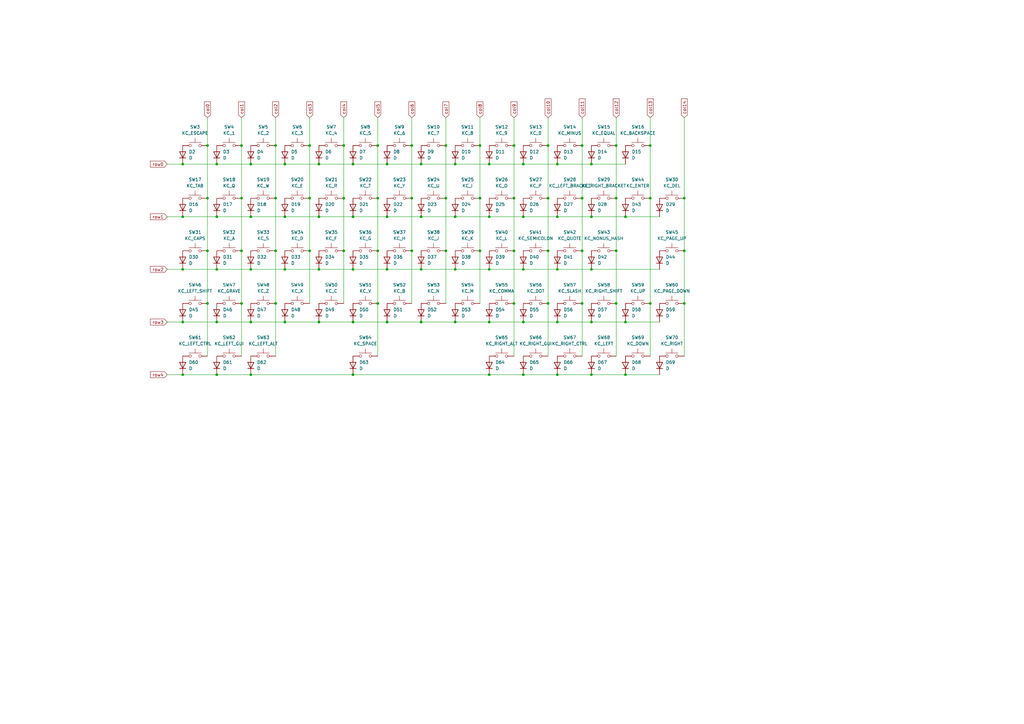
<source format=kicad_sch>
(kicad_sch (version 20231120) (generator "eeschema") (generator_version "8.0")
  (paper "A3")
  (lib_symbols
    (symbol "Device:D" (pin_numbers hide) (pin_names (offset 1.016) hide)
      (property "Reference" "D" (at 0 2.54 0))
      (property "Value" "D" (at 0 -2.54 0))
      (symbol "D_1_1"
        (pin passive line (at -3.81 0 0) (length 2.54) (name "K") (number "1"))
        (pin passive line (at 3.81 0 180) (length 2.54) (name "A") (number "2"))
      )
    )
    (symbol "Switch:SW_Push" (pin_numbers hide) (pin_names (offset 1.016) hide)
      (property "Reference" "SW" (at 1.27 2.54 0))
      (property "Value" "SW_Push" (at 0 -1.524 0))
      (symbol "SW_Push_0_1"
        (pin passive line (at -5.08 0 0) (length 2.54) (name "1") (number "1"))
        (pin passive line (at 5.08 0 180) (length 2.54) (name "2") (number "2"))
      )
    )
  )
  (junction (at 116.84 88.9))
  (junction (at 113.03 102.87))
  (junction (at 224.79 59.69))
  (junction (at 102.87 132.08))
  (junction (at 228.6 88.9))
  (junction (at 88.9 110.49))
  (junction (at 238.76 102.87))
  (junction (at 102.87 88.9))
  (junction (at 224.79 124.46))
  (junction (at 99.06 102.87))
  (junction (at 144.78 88.9))
  (junction (at 102.87 153.67))
  (junction (at 266.7 124.46))
  (junction (at 200.66 110.49))
  (junction (at 172.72 110.49))
  (junction (at 130.81 132.08))
  (junction (at 252.73 102.87))
  (junction (at 200.66 88.9))
  (junction (at 210.82 81.28))
  (junction (at 85.09 81.28))
  (junction (at 200.66 153.67))
  (junction (at 252.73 124.46))
  (junction (at 88.9 153.67))
  (junction (at 74.93 67.31))
  (junction (at 242.57 132.08))
  (junction (at 116.84 67.31))
  (junction (at 102.87 110.49))
  (junction (at 99.06 124.46))
  (junction (at 154.94 81.28))
  (junction (at 280.67 81.28))
  (junction (at 127 81.28))
  (junction (at 238.76 124.46))
  (junction (at 74.93 110.49))
  (junction (at 144.78 153.67))
  (junction (at 256.54 88.9))
  (junction (at 242.57 110.49))
  (junction (at 168.91 59.69))
  (junction (at 224.79 81.28))
  (junction (at 238.76 81.28))
  (junction (at 280.67 124.46))
  (junction (at 186.69 110.49))
  (junction (at 228.6 132.08))
  (junction (at 154.94 124.46))
  (junction (at 252.73 59.69))
  (junction (at 74.93 88.9))
  (junction (at 214.63 110.49))
  (junction (at 196.85 81.28))
  (junction (at 196.85 102.87))
  (junction (at 224.79 102.87))
  (junction (at 140.97 102.87))
  (junction (at 214.63 67.31))
  (junction (at 214.63 153.67))
  (junction (at 182.88 102.87))
  (junction (at 228.6 67.31))
  (junction (at 99.06 81.28))
  (junction (at 200.66 132.08))
  (junction (at 144.78 110.49))
  (junction (at 266.7 81.28))
  (junction (at 168.91 81.28))
  (junction (at 280.67 102.87))
  (junction (at 266.7 59.69))
  (junction (at 88.9 88.9))
  (junction (at 88.9 132.08))
  (junction (at 144.78 132.08))
  (junction (at 242.57 67.31))
  (junction (at 158.75 132.08))
  (junction (at 256.54 153.67))
  (junction (at 210.82 59.69))
  (junction (at 113.03 81.28))
  (junction (at 228.6 153.67))
  (junction (at 182.88 81.28))
  (junction (at 74.93 132.08))
  (junction (at 214.63 88.9))
  (junction (at 130.81 67.31))
  (junction (at 158.75 88.9))
  (junction (at 113.03 124.46))
  (junction (at 172.72 132.08))
  (junction (at 210.82 124.46))
  (junction (at 196.85 59.69))
  (junction (at 252.73 81.28))
  (junction (at 256.54 132.08))
  (junction (at 85.09 59.69))
  (junction (at 186.69 132.08))
  (junction (at 214.63 132.08))
  (junction (at 242.57 88.9))
  (junction (at 130.81 88.9))
  (junction (at 172.72 67.31))
  (junction (at 85.09 102.87))
  (junction (at 85.09 124.46))
  (junction (at 113.03 59.69))
  (junction (at 102.87 67.31))
  (junction (at 116.84 132.08))
  (junction (at 99.06 59.69))
  (junction (at 228.6 110.49))
  (junction (at 238.76 59.69))
  (junction (at 168.91 102.87))
  (junction (at 88.9 67.31))
  (junction (at 127 59.69))
  (junction (at 200.66 67.31))
  (junction (at 210.82 102.87))
  (junction (at 186.69 67.31))
  (junction (at 158.75 67.31))
  (junction (at 242.57 153.67))
  (junction (at 158.75 110.49))
  (junction (at 186.69 88.9))
  (junction (at 130.81 110.49))
  (junction (at 154.94 59.69))
  (junction (at 116.84 110.49))
  (junction (at 140.97 59.69))
  (junction (at 127 102.87))
  (junction (at 144.78 67.31))
  (junction (at 154.94 102.87))
  (junction (at 140.97 81.28))
  (junction (at 182.88 59.69))
  (junction (at 172.72 88.9))
  (junction (at 74.93 153.67))
  (wire (pts (xy 242.57 67.31) (xy 256.54 67.31)))
  (wire (pts (xy 102.87 67.31) (xy 116.84 67.31)))
  (wire (pts (xy 68.58 88.9) (xy 74.93 88.9)))
  (wire (pts (xy 200.66 132.08) (xy 214.63 132.08)))
  (wire (pts (xy 68.58 110.49) (xy 74.93 110.49)))
  (wire (pts (xy 68.58 67.31) (xy 74.93 67.31)))
  (wire (pts (xy 158.75 88.9) (xy 172.72 88.9)))
  (wire (pts (xy 172.72 67.31) (xy 186.69 67.31)))
  (wire (pts (xy 186.69 67.31) (xy 200.66 67.31)))
  (wire (pts (xy 113.03 59.69) (xy 113.03 81.28)))
  (wire (pts (xy 186.69 88.9) (xy 200.66 88.9)))
  (wire (pts (xy 228.6 132.08) (xy 242.57 132.08)))
  (wire (pts (xy 85.09 102.87) (xy 85.09 124.46)))
  (wire (pts (xy 99.06 59.69) (xy 99.06 81.28)))
  (wire (pts (xy 74.93 153.67) (xy 88.9 153.67)))
  (wire (pts (xy 252.73 59.69) (xy 252.73 81.28)))
  (wire (pts (xy 172.72 132.08) (xy 186.69 132.08)))
  (wire (pts (xy 172.72 88.9) (xy 186.69 88.9)))
  (wire (pts (xy 252.73 124.46) (xy 252.73 146.05)))
  (wire (pts (xy 224.79 102.87) (xy 224.79 124.46)))
  (wire (pts (xy 140.97 81.28) (xy 140.97 102.87)))
  (wire (pts (xy 88.9 153.67) (xy 102.87 153.67)))
  (wire (pts (xy 102.87 88.9) (xy 116.84 88.9)))
  (wire (pts (xy 168.91 102.87) (xy 168.91 124.46)))
  (wire (pts (xy 140.97 59.69) (xy 140.97 81.28)))
  (wire (pts (xy 210.82 59.69) (xy 210.82 81.28)))
  (wire (pts (xy 238.76 48.26) (xy 238.76 59.69)))
  (wire (pts (xy 182.88 81.28) (xy 182.88 102.87)))
  (wire (pts (xy 102.87 132.08) (xy 116.84 132.08)))
  (wire (pts (xy 214.63 110.49) (xy 228.6 110.49)))
  (wire (pts (xy 252.73 81.28) (xy 252.73 102.87)))
  (wire (pts (xy 214.63 153.67) (xy 228.6 153.67)))
  (wire (pts (xy 242.57 110.49) (xy 270.51 110.49)))
  (wire (pts (xy 85.09 124.46) (xy 85.09 146.05)))
  (wire (pts (xy 214.63 88.9) (xy 228.6 88.9)))
  (wire (pts (xy 154.94 81.28) (xy 154.94 102.87)))
  (wire (pts (xy 238.76 124.46) (xy 238.76 146.05)))
  (wire (pts (xy 158.75 67.31) (xy 172.72 67.31)))
  (wire (pts (xy 102.87 110.49) (xy 116.84 110.49)))
  (wire (pts (xy 99.06 102.87) (xy 99.06 124.46)))
  (wire (pts (xy 127 59.69) (xy 127 81.28)))
  (wire (pts (xy 74.93 110.49) (xy 88.9 110.49)))
  (wire (pts (xy 130.81 132.08) (xy 144.78 132.08)))
  (wire (pts (xy 144.78 132.08) (xy 158.75 132.08)))
  (wire (pts (xy 116.84 88.9) (xy 130.81 88.9)))
  (wire (pts (xy 200.66 88.9) (xy 214.63 88.9)))
  (wire (pts (xy 113.03 124.46) (xy 113.03 146.05)))
  (wire (pts (xy 214.63 67.31) (xy 228.6 67.31)))
  (wire (pts (xy 172.72 110.49) (xy 186.69 110.49)))
  (wire (pts (xy 113.03 81.28) (xy 113.03 102.87)))
  (wire (pts (xy 68.58 153.67) (xy 74.93 153.67)))
  (wire (pts (xy 224.79 59.69) (xy 224.79 81.28)))
  (wire (pts (xy 266.7 81.28) (xy 266.7 124.46)))
  (wire (pts (xy 85.09 59.69) (xy 85.09 81.28)))
  (wire (pts (xy 88.9 67.31) (xy 102.87 67.31)))
  (wire (pts (xy 266.7 48.26) (xy 266.7 59.69)))
  (wire (pts (xy 228.6 110.49) (xy 242.57 110.49)))
  (wire (pts (xy 210.82 102.87) (xy 210.82 124.46)))
  (wire (pts (xy 186.69 132.08) (xy 200.66 132.08)))
  (wire (pts (xy 256.54 153.67) (xy 270.51 153.67)))
  (wire (pts (xy 182.88 102.87) (xy 182.88 124.46)))
  (wire (pts (xy 144.78 110.49) (xy 158.75 110.49)))
  (wire (pts (xy 158.75 132.08) (xy 172.72 132.08)))
  (wire (pts (xy 113.03 48.26) (xy 113.03 59.69)))
  (wire (pts (xy 266.7 124.46) (xy 266.7 146.05)))
  (wire (pts (xy 214.63 132.08) (xy 228.6 132.08)))
  (wire (pts (xy 238.76 81.28) (xy 238.76 102.87)))
  (wire (pts (xy 182.88 48.26) (xy 182.88 59.69)))
  (wire (pts (xy 127 102.87) (xy 127 124.46)))
  (wire (pts (xy 196.85 81.28) (xy 196.85 102.87)))
  (wire (pts (xy 113.03 102.87) (xy 113.03 124.46)))
  (wire (pts (xy 280.67 48.26) (xy 280.67 81.28)))
  (wire (pts (xy 196.85 102.87) (xy 196.85 124.46)))
  (wire (pts (xy 210.82 48.26) (xy 210.82 59.69)))
  (wire (pts (xy 154.94 48.26) (xy 154.94 59.69)))
  (wire (pts (xy 252.73 48.26) (xy 252.73 59.69)))
  (wire (pts (xy 74.93 132.08) (xy 88.9 132.08)))
  (wire (pts (xy 228.6 88.9) (xy 242.57 88.9)))
  (wire (pts (xy 127 48.26) (xy 127 59.69)))
  (wire (pts (xy 99.06 124.46) (xy 99.06 146.05)))
  (wire (pts (xy 85.09 48.26) (xy 85.09 59.69)))
  (wire (pts (xy 130.81 110.49) (xy 144.78 110.49)))
  (wire (pts (xy 88.9 132.08) (xy 102.87 132.08)))
  (wire (pts (xy 116.84 67.31) (xy 130.81 67.31)))
  (wire (pts (xy 144.78 153.67) (xy 200.66 153.67)))
  (wire (pts (xy 102.87 153.67) (xy 144.78 153.67)))
  (wire (pts (xy 74.93 67.31) (xy 88.9 67.31)))
  (wire (pts (xy 88.9 110.49) (xy 102.87 110.49)))
  (wire (pts (xy 140.97 48.26) (xy 140.97 59.69)))
  (wire (pts (xy 228.6 67.31) (xy 242.57 67.31)))
  (wire (pts (xy 127 81.28) (xy 127 102.87)))
  (wire (pts (xy 130.81 88.9) (xy 144.78 88.9)))
  (wire (pts (xy 88.9 88.9) (xy 102.87 88.9)))
  (wire (pts (xy 74.93 88.9) (xy 88.9 88.9)))
  (wire (pts (xy 99.06 81.28) (xy 99.06 102.87)))
  (wire (pts (xy 130.81 67.31) (xy 144.78 67.31)))
  (wire (pts (xy 154.94 59.69) (xy 154.94 81.28)))
  (wire (pts (xy 266.7 59.69) (xy 266.7 81.28)))
  (wire (pts (xy 154.94 124.46) (xy 154.94 146.05)))
  (wire (pts (xy 238.76 102.87) (xy 238.76 124.46)))
  (wire (pts (xy 200.66 110.49) (xy 214.63 110.49)))
  (wire (pts (xy 168.91 81.28) (xy 168.91 102.87)))
  (wire (pts (xy 196.85 48.26) (xy 196.85 59.69)))
  (wire (pts (xy 144.78 67.31) (xy 158.75 67.31)))
  (wire (pts (xy 256.54 88.9) (xy 270.51 88.9)))
  (wire (pts (xy 158.75 110.49) (xy 172.72 110.49)))
  (wire (pts (xy 168.91 59.69) (xy 168.91 81.28)))
  (wire (pts (xy 200.66 153.67) (xy 214.63 153.67)))
  (wire (pts (xy 280.67 102.87) (xy 280.67 124.46)))
  (wire (pts (xy 242.57 88.9) (xy 256.54 88.9)))
  (wire (pts (xy 200.66 67.31) (xy 214.63 67.31)))
  (wire (pts (xy 210.82 124.46) (xy 210.82 146.05)))
  (wire (pts (xy 238.76 59.69) (xy 238.76 81.28)))
  (wire (pts (xy 116.84 110.49) (xy 130.81 110.49)))
  (wire (pts (xy 252.73 102.87) (xy 252.73 124.46)))
  (wire (pts (xy 116.84 132.08) (xy 130.81 132.08)))
  (wire (pts (xy 186.69 110.49) (xy 200.66 110.49)))
  (wire (pts (xy 242.57 132.08) (xy 256.54 132.08)))
  (wire (pts (xy 68.58 132.08) (xy 74.93 132.08)))
  (wire (pts (xy 85.09 81.28) (xy 85.09 102.87)))
  (wire (pts (xy 144.78 88.9) (xy 158.75 88.9)))
  (wire (pts (xy 182.88 59.69) (xy 182.88 81.28)))
  (wire (pts (xy 224.79 81.28) (xy 224.79 102.87)))
  (wire (pts (xy 99.06 48.26) (xy 99.06 59.69)))
  (wire (pts (xy 196.85 59.69) (xy 196.85 81.28)))
  (wire (pts (xy 256.54 132.08) (xy 270.51 132.08)))
  (wire (pts (xy 280.67 124.46) (xy 280.67 146.05)))
  (wire (pts (xy 140.97 102.87) (xy 140.97 124.46)))
  (wire (pts (xy 210.82 81.28) (xy 210.82 102.87)))
  (wire (pts (xy 242.57 153.67) (xy 256.54 153.67)))
  (wire (pts (xy 228.6 153.67) (xy 242.57 153.67)))
  (wire (pts (xy 280.67 81.28) (xy 280.67 102.87)))
  (wire (pts (xy 168.91 48.26) (xy 168.91 59.69)))
  (wire (pts (xy 224.79 48.26) (xy 224.79 59.69)))
  (wire (pts (xy 224.79 124.46) (xy 224.79 146.05)))
  (wire (pts (xy 154.94 102.87) (xy 154.94 124.46)))
  (global_label "col9" (shape input) (at 210.82 48.26 90) (property "Intersheetrefs" "${INTERSHEET_REFS}" (effects (hide yes))))
  (global_label "row4" (shape input) (at 68.58 153.67 180) (property "Intersheetrefs" "${INTERSHEET_REFS}" (effects (hide yes))))
  (global_label "col2" (shape input) (at 113.03 48.26 90) (property "Intersheetrefs" "${INTERSHEET_REFS}" (effects (hide yes))))
  (global_label "col13" (shape input) (at 266.7 48.26 90) (property "Intersheetrefs" "${INTERSHEET_REFS}" (effects (hide yes))))
  (global_label "col1" (shape input) (at 99.06 48.26 90) (property "Intersheetrefs" "${INTERSHEET_REFS}" (effects (hide yes))))
  (global_label "row1" (shape input) (at 68.58 88.9 180) (property "Intersheetrefs" "${INTERSHEET_REFS}" (effects (hide yes))))
  (global_label "col11" (shape input) (at 238.76 48.26 90) (property "Intersheetrefs" "${INTERSHEET_REFS}" (effects (hide yes))))
  (global_label "row3" (shape input) (at 68.58 132.08 180) (property "Intersheetrefs" "${INTERSHEET_REFS}" (effects (hide yes))))
  (global_label "row2" (shape input) (at 68.58 110.49 180) (property "Intersheetrefs" "${INTERSHEET_REFS}" (effects (hide yes))))
  (global_label "col8" (shape input) (at 196.85 48.26 90) (property "Intersheetrefs" "${INTERSHEET_REFS}" (effects (hide yes))))
  (global_label "col5" (shape input) (at 154.94 48.26 90) (property "Intersheetrefs" "${INTERSHEET_REFS}" (effects (hide yes))))
  (global_label "col6" (shape input) (at 168.91 48.26 90) (property "Intersheetrefs" "${INTERSHEET_REFS}" (effects (hide yes))))
  (global_label "row0" (shape input) (at 68.58 67.31 180) (property "Intersheetrefs" "${INTERSHEET_REFS}" (effects (hide yes))))
  (global_label "col10" (shape input) (at 224.79 48.26 90) (property "Intersheetrefs" "${INTERSHEET_REFS}" (effects (hide yes))))
  (global_label "col7" (shape input) (at 182.88 48.26 90) (property "Intersheetrefs" "${INTERSHEET_REFS}" (effects (hide yes))))
  (global_label "col14" (shape input) (at 280.67 48.26 90) (property "Intersheetrefs" "${INTERSHEET_REFS}" (effects (hide yes))))
  (global_label "col12" (shape input) (at 252.73 48.26 90) (property "Intersheetrefs" "${INTERSHEET_REFS}" (effects (hide yes))))
  (global_label "col3" (shape input) (at 127 48.26 90) (property "Intersheetrefs" "${INTERSHEET_REFS}" (effects (hide yes))))
  (global_label "col0" (shape input) (at 85.09 48.26 90) (property "Intersheetrefs" "${INTERSHEET_REFS}" (effects (hide yes))))
  (global_label "col4" (shape input) (at 140.97 48.26 90) (property "Intersheetrefs" "${INTERSHEET_REFS}" (effects (hide yes))))
  (symbol (lib_id "Device:D") (at 256.54 85.09 90) (unit 1)
    (property "Reference" "D43" (at 259.08 83.8199 90) (effects (justify right)))
    (property "Value" "D" (at 259.08 86.3599 90) (effects (justify right)))
    (property "Footprint" "Diode_SMD:D_SOD-123" (effects (hide yes)))
    (property "Description" "Diode" (effects (hide yes)))
    (property "Sim.Device" "D" (effects (hide yes)))
    (property "Sim.Pins" "1=K 2=A" (effects (hide yes)))
  )
  (symbol (lib_id "Switch:SW_Push") (at 121.92 81.28 0) (unit 1)
    (property "Reference" "SW20" (at 121.92 73.66 0))
    (property "Value" "KC_E" (at 121.92 76.2 0))
    (property "Footprint" "Alps_Only:ALPS-1U" (effects (hide yes)))
    (property "Datasheet" "KC_E" (effects (hide yes)))
    (property "Description" "Push button switch, generic, two pins" (effects (hide yes)))
  )
  (symbol (lib_id "Switch:SW_Push") (at 93.98 81.28 0) (unit 1)
    (property "Reference" "SW18" (at 93.98 73.66 0))
    (property "Value" "KC_Q" (at 93.98 76.2 0))
    (property "Footprint" "Alps_Only:ALPS-1U" (effects (hide yes)))
    (property "Datasheet" "KC_Q" (effects (hide yes)))
    (property "Description" "Push button switch, generic, two pins" (effects (hide yes)))
  )
  (symbol (lib_id "Device:D") (at 214.63 128.27 90) (unit 1)
    (property "Reference" "D55" (at 217.17 126.9999 90) (effects (justify right)))
    (property "Value" "D" (at 217.17 129.5399 90) (effects (justify right)))
    (property "Footprint" "Diode_SMD:D_SOD-123" (effects (hide yes)))
    (property "Description" "Diode" (effects (hide yes)))
    (property "Sim.Device" "D" (effects (hide yes)))
    (property "Sim.Pins" "1=K 2=A" (effects (hide yes)))
  )
  (symbol (lib_id "Device:D") (at 74.93 106.68 90) (unit 1)
    (property "Reference" "D30" (at 77.47 105.4099 90) (effects (justify right)))
    (property "Value" "D" (at 77.47 107.9499 90) (effects (justify right)))
    (property "Footprint" "Diode_SMD:D_SOD-123" (effects (hide yes)))
    (property "Description" "Diode" (effects (hide yes)))
    (property "Sim.Device" "D" (effects (hide yes)))
    (property "Sim.Pins" "1=K 2=A" (effects (hide yes)))
  )
  (symbol (lib_id "Switch:SW_Push") (at 149.86 146.05 0) (unit 1)
    (property "Reference" "SW64" (at 149.86 138.43 0))
    (property "Value" "KC_SPACE" (at 149.86 140.97 0))
    (property "Footprint" "Alps_Only:ALPS-6.25U" (effects (hide yes)))
    (property "Datasheet" "KC_SPACE" (effects (hide yes)))
    (property "Description" "Push button switch, generic, two pins" (effects (hide yes)))
  )
  (symbol (lib_id "Device:D") (at 172.72 128.27 90) (unit 1)
    (property "Reference" "D52" (at 175.26 126.9999 90) (effects (justify right)))
    (property "Value" "D" (at 175.26 129.5399 90) (effects (justify right)))
    (property "Footprint" "Diode_SMD:D_SOD-123" (effects (hide yes)))
    (property "Description" "Diode" (effects (hide yes)))
    (property "Sim.Device" "D" (effects (hide yes)))
    (property "Sim.Pins" "1=K 2=A" (effects (hide yes)))
  )
  (symbol (lib_id "Switch:SW_Push") (at 247.65 59.69 0) (unit 1)
    (property "Reference" "SW15" (at 247.65 52.07 0))
    (property "Value" "KC_EQUAL" (at 247.65 54.61 0))
    (property "Footprint" "Alps_Only:ALPS-1U" (effects (hide yes)))
    (property "Datasheet" "KC_EQUAL" (effects (hide yes)))
    (property "Description" "Push button switch, generic, two pins" (effects (hide yes)))
  )
  (symbol (lib_id "Device:D") (at 214.63 63.5 90) (unit 1)
    (property "Reference" "D12" (at 217.17 62.2299 90) (effects (justify right)))
    (property "Value" "D" (at 217.17 64.7699 90) (effects (justify right)))
    (property "Footprint" "Diode_SMD:D_SOD-123" (effects (hide yes)))
    (property "Description" "Diode" (effects (hide yes)))
    (property "Sim.Device" "D" (effects (hide yes)))
    (property "Sim.Pins" "1=K 2=A" (effects (hide yes)))
  )
  (symbol (lib_id "Switch:SW_Push") (at 191.77 59.69 0) (unit 1)
    (property "Reference" "SW11" (at 191.77 52.07 0))
    (property "Value" "KC_8" (at 191.77 54.61 0))
    (property "Footprint" "Alps_Only:ALPS-1U" (effects (hide yes)))
    (property "Datasheet" "KC_8" (effects (hide yes)))
    (property "Description" "Push button switch, generic, two pins" (effects (hide yes)))
  )
  (symbol (lib_id "Switch:SW_Push") (at 163.83 124.46 0) (unit 1)
    (property "Reference" "SW52" (at 163.83 116.84 0))
    (property "Value" "KC_B" (at 163.83 119.38 0))
    (property "Footprint" "Alps_Only:ALPS-1U" (effects (hide yes)))
    (property "Datasheet" "KC_B" (effects (hide yes)))
    (property "Description" "Push button switch, generic, two pins" (effects (hide yes)))
  )
  (symbol (lib_id "Switch:SW_Push") (at 149.86 81.28 0) (unit 1)
    (property "Reference" "SW22" (at 149.86 73.66 0))
    (property "Value" "KC_T" (at 149.86 76.2 0))
    (property "Footprint" "Alps_Only:ALPS-1U" (effects (hide yes)))
    (property "Datasheet" "KC_T" (effects (hide yes)))
    (property "Description" "Push button switch, generic, two pins" (effects (hide yes)))
  )
  (symbol (lib_id "Switch:SW_Push") (at 107.95 146.05 0) (unit 1)
    (property "Reference" "SW63" (at 107.95 138.43 0))
    (property "Value" "KC_LEFT_ALT" (at 107.95 140.97 0))
    (property "Footprint" "Alps_Only:ALPS-1.25U" (effects (hide yes)))
    (property "Datasheet" "KC_LEFT_ALT" (effects (hide yes)))
    (property "Description" "Push button switch, generic, two pins" (effects (hide yes)))
  )
  (symbol (lib_id "Switch:SW_Push") (at 275.59 146.05 0) (unit 1)
    (property "Reference" "SW70" (at 275.59 138.43 0))
    (property "Value" "KC_RIGHT" (at 275.59 140.97 0))
    (property "Footprint" "Alps_Only:ALPS-1U" (effects (hide yes)))
    (property "Datasheet" "KC_RIGHT" (effects (hide yes)))
    (property "Description" "Push button switch, generic, two pins" (effects (hide yes)))
  )
  (symbol (lib_id "Switch:SW_Push") (at 219.71 146.05 0) (unit 1)
    (property "Reference" "SW66" (at 219.71 138.43 0))
    (property "Value" "KC_RIGHT_GUI" (at 219.71 140.97 0))
    (property "Footprint" "Alps_Only:ALPS-1U" (effects (hide yes)))
    (property "Datasheet" "KC_RIGHT_GUI" (effects (hide yes)))
    (property "Description" "Push button switch, generic, two pins" (effects (hide yes)))
  )
  (symbol (lib_id "Device:D") (at 242.57 106.68 90) (unit 1)
    (property "Reference" "D42" (at 245.11 105.4099 90) (effects (justify right)))
    (property "Value" "D" (at 245.11 107.9499 90) (effects (justify right)))
    (property "Footprint" "Diode_SMD:D_SOD-123" (effects (hide yes)))
    (property "Description" "Diode" (effects (hide yes)))
    (property "Sim.Device" "D" (effects (hide yes)))
    (property "Sim.Pins" "1=K 2=A" (effects (hide yes)))
  )
  (symbol (lib_id "Device:D") (at 200.66 106.68 90) (unit 1)
    (property "Reference" "D39" (at 203.2 105.4099 90) (effects (justify right)))
    (property "Value" "D" (at 203.2 107.9499 90) (effects (justify right)))
    (property "Footprint" "Diode_SMD:D_SOD-123" (effects (hide yes)))
    (property "Description" "Diode" (effects (hide yes)))
    (property "Sim.Device" "D" (effects (hide yes)))
    (property "Sim.Pins" "1=K 2=A" (effects (hide yes)))
  )
  (symbol (lib_id "Device:D") (at 270.51 106.68 90) (unit 1)
    (property "Reference" "D44" (at 273.05 105.4099 90) (effects (justify right)))
    (property "Value" "D" (at 273.05 107.9499 90) (effects (justify right)))
    (property "Footprint" "Diode_SMD:D_SOD-123" (effects (hide yes)))
    (property "Description" "Diode" (effects (hide yes)))
    (property "Sim.Device" "D" (effects (hide yes)))
    (property "Sim.Pins" "1=K 2=A" (effects (hide yes)))
  )
  (symbol (lib_id "Device:D") (at 102.87 106.68 90) (unit 1)
    (property "Reference" "D32" (at 105.41 105.4099 90) (effects (justify right)))
    (property "Value" "D" (at 105.41 107.9499 90) (effects (justify right)))
    (property "Footprint" "Diode_SMD:D_SOD-123" (effects (hide yes)))
    (property "Description" "Diode" (effects (hide yes)))
    (property "Sim.Device" "D" (effects (hide yes)))
    (property "Sim.Pins" "1=K 2=A" (effects (hide yes)))
  )
  (symbol (lib_id "Device:D") (at 130.81 63.5 90) (unit 1)
    (property "Reference" "D6" (at 133.35 62.2299 90) (effects (justify right)))
    (property "Value" "D" (at 133.35 64.7699 90) (effects (justify right)))
    (property "Footprint" "Diode_SMD:D_SOD-123" (effects (hide yes)))
    (property "Description" "Diode" (effects (hide yes)))
    (property "Sim.Device" "D" (effects (hide yes)))
    (property "Sim.Pins" "1=K 2=A" (effects (hide yes)))
  )
  (symbol (lib_id "Switch:SW_Push") (at 233.68 81.28 0) (unit 1)
    (property "Reference" "SW28" (at 233.68 73.66 0))
    (property "Value" "KC_LEFT_BRACKET" (at 233.68 76.2 0))
    (property "Footprint" "Alps_Only:ALPS-1U" (effects (hide yes)))
    (property "Datasheet" "KC_LEFT_BRACKET" (effects (hide yes)))
    (property "Description" "Push button switch, generic, two pins" (effects (hide yes)))
  )
  (symbol (lib_id "Switch:SW_Push") (at 80.01 146.05 0) (unit 1)
    (property "Reference" "SW61" (at 80.01 138.43 0))
    (property "Value" "KC_LEFT_CTRL" (at 80.01 140.97 0))
    (property "Footprint" "Alps_Only:ALPS-1.25U" (effects (hide yes)))
    (property "Datasheet" "KC_LEFT_CTRL" (effects (hide yes)))
    (property "Description" "Push button switch, generic, two pins" (effects (hide yes)))
  )
  (symbol (lib_id "Device:D") (at 256.54 128.27 90) (unit 1)
    (property "Reference" "D58" (at 259.08 126.9999 90) (effects (justify right)))
    (property "Value" "D" (at 259.08 129.5399 90) (effects (justify right)))
    (property "Footprint" "Diode_SMD:D_SOD-123" (effects (hide yes)))
    (property "Description" "Diode" (effects (hide yes)))
    (property "Sim.Device" "D" (effects (hide yes)))
    (property "Sim.Pins" "1=K 2=A" (effects (hide yes)))
  )
  (symbol (lib_id "Switch:SW_Push") (at 135.89 59.69 0) (unit 1)
    (property "Reference" "SW7" (at 135.89 52.07 0))
    (property "Value" "KC_4" (at 135.89 54.61 0))
    (property "Footprint" "Alps_Only:ALPS-1U" (effects (hide yes)))
    (property "Datasheet" "KC_4" (effects (hide yes)))
    (property "Description" "Push button switch, generic, two pins" (effects (hide yes)))
  )
  (symbol (lib_id "Device:D") (at 172.72 85.09 90) (unit 1)
    (property "Reference" "D23" (at 175.26 83.8199 90) (effects (justify right)))
    (property "Value" "D" (at 175.26 86.3599 90) (effects (justify right)))
    (property "Footprint" "Diode_SMD:D_SOD-123" (effects (hide yes)))
    (property "Description" "Diode" (effects (hide yes)))
    (property "Sim.Device" "D" (effects (hide yes)))
    (property "Sim.Pins" "1=K 2=A" (effects (hide yes)))
  )
  (symbol (lib_id "Device:D") (at 200.66 63.5 90) (unit 1)
    (property "Reference" "D11" (at 203.2 62.2299 90) (effects (justify right)))
    (property "Value" "D" (at 203.2 64.7699 90) (effects (justify right)))
    (property "Footprint" "Diode_SMD:D_SOD-123" (effects (hide yes)))
    (property "Description" "Diode" (effects (hide yes)))
    (property "Sim.Device" "D" (effects (hide yes)))
    (property "Sim.Pins" "1=K 2=A" (effects (hide yes)))
  )
  (symbol (lib_id "Switch:SW_Push") (at 191.77 102.87 0) (unit 1)
    (property "Reference" "SW39" (at 191.77 95.25 0))
    (property "Value" "KC_K" (at 191.77 97.79 0))
    (property "Footprint" "Alps_Only:ALPS-1U" (effects (hide yes)))
    (property "Datasheet" "KC_K" (effects (hide yes)))
    (property "Description" "Push button switch, generic, two pins" (effects (hide yes)))
  )
  (symbol (lib_id "Switch:SW_Push") (at 205.74 102.87 0) (unit 1)
    (property "Reference" "SW40" (at 205.74 95.25 0))
    (property "Value" "KC_L" (at 205.74 97.79 0))
    (property "Footprint" "Alps_Only:ALPS-1U" (effects (hide yes)))
    (property "Datasheet" "KC_L" (effects (hide yes)))
    (property "Description" "Push button switch, generic, two pins" (effects (hide yes)))
  )
  (symbol (lib_id "Switch:SW_Push") (at 93.98 146.05 0) (unit 1)
    (property "Reference" "SW62" (at 93.98 138.43 0))
    (property "Value" "KC_LEFT_GUI" (at 93.98 140.97 0))
    (property "Footprint" "Alps_Only:ALPS-1.25U" (effects (hide yes)))
    (property "Datasheet" "KC_LEFT_GUI" (effects (hide yes)))
    (property "Description" "Push button switch, generic, two pins" (effects (hide yes)))
  )
  (symbol (lib_id "Switch:SW_Push") (at 247.65 124.46 0) (unit 1)
    (property "Reference" "SW58" (at 247.65 116.84 0))
    (property "Value" "KC_RIGHT_SHIFT" (at 247.65 119.38 0))
    (property "Footprint" "Alps_Only:ALPS-1.75U" (effects (hide yes)))
    (property "Datasheet" "KC_RIGHT_SHIFT" (effects (hide yes)))
    (property "Description" "Push button switch, generic, two pins" (effects (hide yes)))
  )
  (symbol (lib_id "Switch:SW_Push") (at 163.83 102.87 0) (unit 1)
    (property "Reference" "SW37" (at 163.83 95.25 0))
    (property "Value" "KC_H" (at 163.83 97.79 0))
    (property "Footprint" "Alps_Only:ALPS-1U" (effects (hide yes)))
    (property "Datasheet" "KC_H" (effects (hide yes)))
    (property "Description" "Push button switch, generic, two pins" (effects (hide yes)))
  )
  (symbol (lib_id "Switch:SW_Push") (at 163.83 81.28 0) (unit 1)
    (property "Reference" "SW23" (at 163.83 73.66 0))
    (property "Value" "KC_Y" (at 163.83 76.2 0))
    (property "Footprint" "Alps_Only:ALPS-1U" (effects (hide yes)))
    (property "Datasheet" "KC_Y" (effects (hide yes)))
    (property "Description" "Push button switch, generic, two pins" (effects (hide yes)))
  )
  (symbol (lib_id "Device:D") (at 228.6 106.68 90) (unit 1)
    (property "Reference" "D41" (at 231.14 105.4099 90) (effects (justify right)))
    (property "Value" "D" (at 231.14 107.9499 90) (effects (justify right)))
    (property "Footprint" "Diode_SMD:D_SOD-123" (effects (hide yes)))
    (property "Description" "Diode" (effects (hide yes)))
    (property "Sim.Device" "D" (effects (hide yes)))
    (property "Sim.Pins" "1=K 2=A" (effects (hide yes)))
  )
  (symbol (lib_id "Device:D") (at 130.81 128.27 90) (unit 1)
    (property "Reference" "D49" (at 133.35 126.9999 90) (effects (justify right)))
    (property "Value" "D" (at 133.35 129.5399 90) (effects (justify right)))
    (property "Footprint" "Diode_SMD:D_SOD-123" (effects (hide yes)))
    (property "Description" "Diode" (effects (hide yes)))
    (property "Sim.Device" "D" (effects (hide yes)))
    (property "Sim.Pins" "1=K 2=A" (effects (hide yes)))
  )
  (symbol (lib_id "Device:D") (at 228.6 63.5 90) (unit 1)
    (property "Reference" "D13" (at 231.14 62.2299 90) (effects (justify right)))
    (property "Value" "D" (at 231.14 64.7699 90) (effects (justify right)))
    (property "Footprint" "Diode_SMD:D_SOD-123" (effects (hide yes)))
    (property "Description" "Diode" (effects (hide yes)))
    (property "Sim.Device" "D" (effects (hide yes)))
    (property "Sim.Pins" "1=K 2=A" (effects (hide yes)))
  )
  (symbol (lib_id "Switch:SW_Push") (at 93.98 124.46 0) (unit 1)
    (property "Reference" "SW47" (at 93.98 116.84 0))
    (property "Value" "KC_GRAVE" (at 93.98 119.38 0))
    (property "Footprint" "Alps_Only:ALPS-1U" (effects (hide yes)))
    (property "Datasheet" "KC_GRAVE" (effects (hide yes)))
    (property "Description" "Push button switch, generic, two pins" (effects (hide yes)))
  )
  (symbol (lib_id "Device:D") (at 242.57 128.27 90) (unit 1)
    (property "Reference" "D57" (at 245.11 126.9999 90) (effects (justify right)))
    (property "Value" "D" (at 245.11 129.5399 90) (effects (justify right)))
    (property "Footprint" "Diode_SMD:D_SOD-123" (effects (hide yes)))
    (property "Description" "Diode" (effects (hide yes)))
    (property "Sim.Device" "D" (effects (hide yes)))
    (property "Sim.Pins" "1=K 2=A" (effects (hide yes)))
  )
  (symbol (lib_id "Switch:SW_Push") (at 247.65 102.87 0) (unit 1)
    (property "Reference" "SW43" (at 247.65 95.25 0))
    (property "Value" "KC_NONUS_HASH" (at 247.65 97.79 0))
    (property "Footprint" "Alps_Only:ALPS-1U" (effects (hide yes)))
    (property "Datasheet" "KC_NONUS_HASH" (effects (hide yes)))
    (property "Description" "Push button switch, generic, two pins" (effects (hide yes)))
  )
  (symbol (lib_id "Device:D") (at 214.63 149.86 90) (unit 1)
    (property "Reference" "D65" (at 217.17 148.5899 90) (effects (justify right)))
    (property "Value" "D" (at 217.17 151.1299 90) (effects (justify right)))
    (property "Footprint" "Diode_SMD:D_SOD-123" (effects (hide yes)))
    (property "Description" "Diode" (effects (hide yes)))
    (property "Sim.Device" "D" (effects (hide yes)))
    (property "Sim.Pins" "1=K 2=A" (effects (hide yes)))
  )
  (symbol (lib_id "Switch:SW_Push") (at 205.74 81.28 0) (unit 1)
    (property "Reference" "SW26" (at 205.74 73.66 0))
    (property "Value" "KC_O" (at 205.74 76.2 0))
    (property "Footprint" "Alps_Only:ALPS-1U" (effects (hide yes)))
    (property "Datasheet" "KC_O" (effects (hide yes)))
    (property "Description" "Push button switch, generic, two pins" (effects (hide yes)))
  )
  (symbol (lib_id "Device:D") (at 144.78 106.68 90) (unit 1)
    (property "Reference" "D35" (at 147.32 105.4099 90) (effects (justify right)))
    (property "Value" "D" (at 147.32 107.9499 90) (effects (justify right)))
    (property "Footprint" "Diode_SMD:D_SOD-123" (effects (hide yes)))
    (property "Description" "Diode" (effects (hide yes)))
    (property "Sim.Device" "D" (effects (hide yes)))
    (property "Sim.Pins" "1=K 2=A" (effects (hide yes)))
  )
  (symbol (lib_id "Device:D") (at 214.63 85.09 90) (unit 1)
    (property "Reference" "D26" (at 217.17 83.8199 90) (effects (justify right)))
    (property "Value" "D" (at 217.17 86.3599 90) (effects (justify right)))
    (property "Footprint" "Diode_SMD:D_SOD-123" (effects (hide yes)))
    (property "Description" "Diode" (effects (hide yes)))
    (property "Sim.Device" "D" (effects (hide yes)))
    (property "Sim.Pins" "1=K 2=A" (effects (hide yes)))
  )
  (symbol (lib_id "Device:D") (at 102.87 128.27 90) (unit 1)
    (property "Reference" "D47" (at 105.41 126.9999 90) (effects (justify right)))
    (property "Value" "D" (at 105.41 129.5399 90) (effects (justify right)))
    (property "Footprint" "Diode_SMD:D_SOD-123" (effects (hide yes)))
    (property "Description" "Diode" (effects (hide yes)))
    (property "Sim.Device" "D" (effects (hide yes)))
    (property "Sim.Pins" "1=K 2=A" (effects (hide yes)))
  )
  (symbol (lib_id "Device:D") (at 270.51 149.86 90) (unit 1)
    (property "Reference" "D69" (at 273.05 148.5899 90) (effects (justify right)))
    (property "Value" "D" (at 273.05 151.1299 90) (effects (justify right)))
    (property "Footprint" "Diode_SMD:D_SOD-123" (effects (hide yes)))
    (property "Description" "Diode" (effects (hide yes)))
    (property "Sim.Device" "D" (effects (hide yes)))
    (property "Sim.Pins" "1=K 2=A" (effects (hide yes)))
  )
  (symbol (lib_id "Device:D") (at 88.9 63.5 90) (unit 1)
    (property "Reference" "D3" (at 91.44 62.2299 90) (effects (justify right)))
    (property "Value" "D" (at 91.44 64.7699 90) (effects (justify right)))
    (property "Footprint" "Diode_SMD:D_SOD-123" (effects (hide yes)))
    (property "Description" "Diode" (effects (hide yes)))
    (property "Sim.Device" "D" (effects (hide yes)))
    (property "Sim.Pins" "1=K 2=A" (effects (hide yes)))
  )
  (symbol (lib_id "Device:D") (at 102.87 149.86 90) (unit 1)
    (property "Reference" "D62" (at 105.41 148.5899 90) (effects (justify right)))
    (property "Value" "D" (at 105.41 151.1299 90) (effects (justify right)))
    (property "Footprint" "Diode_SMD:D_SOD-123" (effects (hide yes)))
    (property "Description" "Diode" (effects (hide yes)))
    (property "Sim.Device" "D" (effects (hide yes)))
    (property "Sim.Pins" "1=K 2=A" (effects (hide yes)))
  )
  (symbol (lib_id "Device:D") (at 256.54 63.5 90) (unit 1)
    (property "Reference" "D15" (at 259.08 62.2299 90) (effects (justify right)))
    (property "Value" "D" (at 259.08 64.7699 90) (effects (justify right)))
    (property "Footprint" "Diode_SMD:D_SOD-123" (effects (hide yes)))
    (property "Description" "Diode" (effects (hide yes)))
    (property "Sim.Device" "D" (effects (hide yes)))
    (property "Sim.Pins" "1=K 2=A" (effects (hide yes)))
  )
  (symbol (lib_id "Switch:SW_Push") (at 233.68 102.87 0) (unit 1)
    (property "Reference" "SW42" (at 233.68 95.25 0))
    (property "Value" "KC_QUOTE" (at 233.68 97.79 0))
    (property "Footprint" "Alps_Only:ALPS-1U" (effects (hide yes)))
    (property "Datasheet" "KC_QUOTE" (effects (hide yes)))
    (property "Description" "Push button switch, generic, two pins" (effects (hide yes)))
  )
  (symbol (lib_id "Device:D") (at 200.66 128.27 90) (unit 1)
    (property "Reference" "D54" (at 203.2 126.9999 90) (effects (justify right)))
    (property "Value" "D" (at 203.2 129.5399 90) (effects (justify right)))
    (property "Footprint" "Diode_SMD:D_SOD-123" (effects (hide yes)))
    (property "Description" "Diode" (effects (hide yes)))
    (property "Sim.Device" "D" (effects (hide yes)))
    (property "Sim.Pins" "1=K 2=A" (effects (hide yes)))
  )
  (symbol (lib_id "Switch:SW_Push") (at 93.98 59.69 0) (unit 1)
    (property "Reference" "SW4" (at 93.98 52.07 0))
    (property "Value" "KC_1" (at 93.98 54.61 0))
    (property "Footprint" "Alps_Only:ALPS-1U" (effects (hide yes)))
    (property "Datasheet" "KC_1" (effects (hide yes)))
    (property "Description" "Push button switch, generic, two pins" (effects (hide yes)))
  )
  (symbol (lib_id "Switch:SW_Push") (at 205.74 124.46 0) (unit 1)
    (property "Reference" "SW55" (at 205.74 116.84 0))
    (property "Value" "KC_COMMA" (at 205.74 119.38 0))
    (property "Footprint" "Alps_Only:ALPS-1U" (effects (hide yes)))
    (property "Datasheet" "KC_COMMA" (effects (hide yes)))
    (property "Description" "Push button switch, generic, two pins" (effects (hide yes)))
  )
  (symbol (lib_id "Switch:SW_Push") (at 80.01 81.28 0) (unit 1)
    (property "Reference" "SW17" (at 80.01 73.66 0))
    (property "Value" "KC_TAB" (at 80.01 76.2 0))
    (property "Footprint" "Alps_Only:ALPS-1.5U" (effects (hide yes)))
    (property "Datasheet" "KC_TAB" (effects (hide yes)))
    (property "Description" "Push button switch, generic, two pins" (effects (hide yes)))
  )
  (symbol (lib_id "Switch:SW_Push") (at 261.62 59.69 0) (unit 1)
    (property "Reference" "SW16" (at 261.62 52.07 0))
    (property "Value" "KC_BACKSPACE" (at 261.62 54.61 0))
    (property "Footprint" "Alps_Only:ALPS-2U" (effects (hide yes)))
    (property "Datasheet" "KC_BACKSPACE" (effects (hide yes)))
    (property "Description" "Push button switch, generic, two pins" (effects (hide yes)))
  )
  (symbol (lib_id "Device:D") (at 88.9 128.27 90) (unit 1)
    (property "Reference" "D46" (at 91.44 126.9999 90) (effects (justify right)))
    (property "Value" "D" (at 91.44 129.5399 90) (effects (justify right)))
    (property "Footprint" "Diode_SMD:D_SOD-123" (effects (hide yes)))
    (property "Description" "Diode" (effects (hide yes)))
    (property "Sim.Device" "D" (effects (hide yes)))
    (property "Sim.Pins" "1=K 2=A" (effects (hide yes)))
  )
  (symbol (lib_id "Switch:SW_Push") (at 247.65 146.05 0) (unit 1)
    (property "Reference" "SW68" (at 247.65 138.43 0))
    (property "Value" "KC_LEFT" (at 247.65 140.97 0))
    (property "Footprint" "Alps_Only:ALPS-1U" (effects (hide yes)))
    (property "Datasheet" "KC_LEFT" (effects (hide yes)))
    (property "Description" "Push button switch, generic, two pins" (effects (hide yes)))
  )
  (symbol (lib_id "Device:D") (at 200.66 85.09 90) (unit 1)
    (property "Reference" "D25" (at 203.2 83.8199 90) (effects (justify right)))
    (property "Value" "D" (at 203.2 86.3599 90) (effects (justify right)))
    (property "Footprint" "Diode_SMD:D_SOD-123" (effects (hide yes)))
    (property "Description" "Diode" (effects (hide yes)))
    (property "Sim.Device" "D" (effects (hide yes)))
    (property "Sim.Pins" "1=K 2=A" (effects (hide yes)))
  )
  (symbol (lib_id "Device:D") (at 186.69 63.5 90) (unit 1)
    (property "Reference" "D10" (at 189.23 62.2299 90) (effects (justify right)))
    (property "Value" "D" (at 189.23 64.7699 90) (effects (justify right)))
    (property "Footprint" "Diode_SMD:D_SOD-123" (effects (hide yes)))
    (property "Description" "Diode" (effects (hide yes)))
    (property "Sim.Device" "D" (effects (hide yes)))
    (property "Sim.Pins" "1=K 2=A" (effects (hide yes)))
  )
  (symbol (lib_id "Switch:SW_Push") (at 135.89 124.46 0) (unit 1)
    (property "Reference" "SW50" (at 135.89 116.84 0))
    (property "Value" "KC_C" (at 135.89 119.38 0))
    (property "Footprint" "Alps_Only:ALPS-1U" (effects (hide yes)))
    (property "Datasheet" "KC_C" (effects (hide yes)))
    (property "Description" "Push button switch, generic, two pins" (effects (hide yes)))
  )
  (symbol (lib_id "Switch:SW_Push") (at 205.74 59.69 0) (unit 1)
    (property "Reference" "SW12" (at 205.74 52.07 0))
    (property "Value" "KC_9" (at 205.74 54.61 0))
    (property "Footprint" "Alps_Only:ALPS-1U" (effects (hide yes)))
    (property "Datasheet" "KC_9" (effects (hide yes)))
    (property "Description" "Push button switch, generic, two pins" (effects (hide yes)))
  )
  (symbol (lib_id "Switch:SW_Push") (at 121.92 59.69 0) (unit 1)
    (property "Reference" "SW6" (at 121.92 52.07 0))
    (property "Value" "KC_3" (at 121.92 54.61 0))
    (property "Footprint" "Alps_Only:ALPS-1U" (effects (hide yes)))
    (property "Datasheet" "KC_3" (effects (hide yes)))
    (property "Description" "Push button switch, generic, two pins" (effects (hide yes)))
  )
  (symbol (lib_id "Device:D") (at 214.63 106.68 90) (unit 1)
    (property "Reference" "D40" (at 217.17 105.4099 90) (effects (justify right)))
    (property "Value" "D" (at 217.17 107.9499 90) (effects (justify right)))
    (property "Footprint" "Diode_SMD:D_SOD-123" (effects (hide yes)))
    (property "Description" "Diode" (effects (hide yes)))
    (property "Sim.Device" "D" (effects (hide yes)))
    (property "Sim.Pins" "1=K 2=A" (effects (hide yes)))
  )
  (symbol (lib_id "Switch:SW_Push") (at 219.71 102.87 0) (unit 1)
    (property "Reference" "SW41" (at 219.71 95.25 0))
    (property "Value" "KC_SEMICOLON" (at 219.71 97.79 0))
    (property "Footprint" "Alps_Only:ALPS-1U" (effects (hide yes)))
    (property "Datasheet" "KC_SEMICOLON" (effects (hide yes)))
    (property "Description" "Push button switch, generic, two pins" (effects (hide yes)))
  )
  (symbol (lib_id "Switch:SW_Push") (at 275.59 81.28 0) (unit 1)
    (property "Reference" "SW30" (at 275.59 73.66 0))
    (property "Value" "KC_DEL" (at 275.59 76.2 0))
    (property "Footprint" "Alps_Only:ALPS-1U" (effects (hide yes)))
    (property "Datasheet" "KC_DEL" (effects (hide yes)))
    (property "Description" "Push button switch, generic, two pins" (effects (hide yes)))
  )
  (symbol (lib_id "Device:D") (at 144.78 128.27 90) (unit 1)
    (property "Reference" "D50" (at 147.32 126.9999 90) (effects (justify right)))
    (property "Value" "D" (at 147.32 129.5399 90) (effects (justify right)))
    (property "Footprint" "Diode_SMD:D_SOD-123" (effects (hide yes)))
    (property "Description" "Diode" (effects (hide yes)))
    (property "Sim.Device" "D" (effects (hide yes)))
    (property "Sim.Pins" "1=K 2=A" (effects (hide yes)))
  )
  (symbol (lib_id "Switch:SW_Push") (at 233.68 124.46 0) (unit 1)
    (property "Reference" "SW57" (at 233.68 116.84 0))
    (property "Value" "KC_SLASH" (at 233.68 119.38 0))
    (property "Footprint" "Alps_Only:ALPS-1U" (effects (hide yes)))
    (property "Datasheet" "KC_SLASH" (effects (hide yes)))
    (property "Description" "Push button switch, generic, two pins" (effects (hide yes)))
  )
  (symbol (lib_id "Switch:SW_Push") (at 205.74 146.05 0) (unit 1)
    (property "Reference" "SW65" (at 205.74 138.43 0))
    (property "Value" "KC_RIGHT_ALT" (at 205.74 140.97 0))
    (property "Footprint" "Alps_Only:ALPS-1U" (effects (hide yes)))
    (property "Datasheet" "KC_RIGHT_ALT" (effects (hide yes)))
    (property "Description" "Push button switch, generic, two pins" (effects (hide yes)))
  )
  (symbol (lib_id "Device:D") (at 186.69 128.27 90) (unit 1)
    (property "Reference" "D53" (at 189.23 126.9999 90) (effects (justify right)))
    (property "Value" "D" (at 189.23 129.5399 90) (effects (justify right)))
    (property "Footprint" "Diode_SMD:D_SOD-123" (effects (hide yes)))
    (property "Description" "Diode" (effects (hide yes)))
    (property "Sim.Device" "D" (effects (hide yes)))
    (property "Sim.Pins" "1=K 2=A" (effects (hide yes)))
  )
  (symbol (lib_id "Switch:SW_Push") (at 149.86 102.87 0) (unit 1)
    (property "Reference" "SW36" (at 149.86 95.25 0))
    (property "Value" "KC_G" (at 149.86 97.79 0))
    (property "Footprint" "Alps_Only:ALPS-1U" (effects (hide yes)))
    (property "Datasheet" "KC_G" (effects (hide yes)))
    (property "Description" "Push button switch, generic, two pins" (effects (hide yes)))
  )
  (symbol (lib_id "Device:D") (at 200.66 149.86 90) (unit 1)
    (property "Reference" "D64" (at 203.2 148.5899 90) (effects (justify right)))
    (property "Value" "D" (at 203.2 151.1299 90) (effects (justify right)))
    (property "Footprint" "Diode_SMD:D_SOD-123" (effects (hide yes)))
    (property "Description" "Diode" (effects (hide yes)))
    (property "Sim.Device" "D" (effects (hide yes)))
    (property "Sim.Pins" "1=K 2=A" (effects (hide yes)))
  )
  (symbol (lib_id "Device:D") (at 242.57 149.86 90) (unit 1)
    (property "Reference" "D67" (at 245.11 148.5899 90) (effects (justify right)))
    (property "Value" "D" (at 245.11 151.1299 90) (effects (justify right)))
    (property "Footprint" "Diode_SMD:D_SOD-123" (effects (hide yes)))
    (property "Description" "Diode" (effects (hide yes)))
    (property "Sim.Device" "D" (effects (hide yes)))
    (property "Sim.Pins" "1=K 2=A" (effects (hide yes)))
  )
  (symbol (lib_id "Switch:SW_Push") (at 261.62 146.05 0) (unit 1)
    (property "Reference" "SW69" (at 261.62 138.43 0))
    (property "Value" "KC_DOWN" (at 261.62 140.97 0))
    (property "Footprint" "Alps_Only:ALPS-1U" (effects (hide yes)))
    (property "Datasheet" "KC_DOWN" (effects (hide yes)))
    (property "Description" "Push button switch, generic, two pins" (effects (hide yes)))
  )
  (symbol (lib_id "Device:D") (at 242.57 63.5 90) (unit 1)
    (property "Reference" "D14" (at 245.11 62.2299 90) (effects (justify right)))
    (property "Value" "D" (at 245.11 64.7699 90) (effects (justify right)))
    (property "Footprint" "Diode_SMD:D_SOD-123" (effects (hide yes)))
    (property "Description" "Diode" (effects (hide yes)))
    (property "Sim.Device" "D" (effects (hide yes)))
    (property "Sim.Pins" "1=K 2=A" (effects (hide yes)))
  )
  (symbol (lib_id "Device:D") (at 144.78 63.5 90) (unit 1)
    (property "Reference" "D7" (at 147.32 62.2299 90) (effects (justify right)))
    (property "Value" "D" (at 147.32 64.7699 90) (effects (justify right)))
    (property "Footprint" "Diode_SMD:D_SOD-123" (effects (hide yes)))
    (property "Description" "Diode" (effects (hide yes)))
    (property "Sim.Device" "D" (effects (hide yes)))
    (property "Sim.Pins" "1=K 2=A" (effects (hide yes)))
  )
  (symbol (lib_id "Device:D") (at 130.81 85.09 90) (unit 1)
    (property "Reference" "D20" (at 133.35 83.8199 90) (effects (justify right)))
    (property "Value" "D" (at 133.35 86.3599 90) (effects (justify right)))
    (property "Footprint" "Diode_SMD:D_SOD-123" (effects (hide yes)))
    (property "Description" "Diode" (effects (hide yes)))
    (property "Sim.Device" "D" (effects (hide yes)))
    (property "Sim.Pins" "1=K 2=A" (effects (hide yes)))
  )
  (symbol (lib_id "Device:D") (at 158.75 63.5 90) (unit 1)
    (property "Reference" "D8" (at 161.29 62.2299 90) (effects (justify right)))
    (property "Value" "D" (at 161.29 64.7699 90) (effects (justify right)))
    (property "Footprint" "Diode_SMD:D_SOD-123" (effects (hide yes)))
    (property "Description" "Diode" (effects (hide yes)))
    (property "Sim.Device" "D" (effects (hide yes)))
    (property "Sim.Pins" "1=K 2=A" (effects (hide yes)))
  )
  (symbol (lib_id "Switch:SW_Push") (at 219.71 81.28 0) (unit 1)
    (property "Reference" "SW27" (at 219.71 73.66 0))
    (property "Value" "KC_P" (at 219.71 76.2 0))
    (property "Footprint" "Alps_Only:ALPS-1U" (effects (hide yes)))
    (property "Datasheet" "KC_P" (effects (hide yes)))
    (property "Description" "Push button switch, generic, two pins" (effects (hide yes)))
  )
  (symbol (lib_id "Device:D") (at 158.75 106.68 90) (unit 1)
    (property "Reference" "D36" (at 161.29 105.4099 90) (effects (justify right)))
    (property "Value" "D" (at 161.29 107.9499 90) (effects (justify right)))
    (property "Footprint" "Diode_SMD:D_SOD-123" (effects (hide yes)))
    (property "Description" "Diode" (effects (hide yes)))
    (property "Sim.Device" "D" (effects (hide yes)))
    (property "Sim.Pins" "1=K 2=A" (effects (hide yes)))
  )
  (symbol (lib_id "Switch:SW_Push") (at 93.98 102.87 0) (unit 1)
    (property "Reference" "SW32" (at 93.98 95.25 0))
    (property "Value" "KC_A" (at 93.98 97.79 0))
    (property "Footprint" "Alps_Only:ALPS-1U" (effects (hide yes)))
    (property "Datasheet" "KC_A" (effects (hide yes)))
    (property "Description" "Push button switch, generic, two pins" (effects (hide yes)))
  )
  (symbol (lib_id "Switch:SW_Push") (at 107.95 81.28 0) (unit 1)
    (property "Reference" "SW19" (at 107.95 73.66 0))
    (property "Value" "KC_W" (at 107.95 76.2 0))
    (property "Footprint" "Alps_Only:ALPS-1U" (effects (hide yes)))
    (property "Datasheet" "KC_W" (effects (hide yes)))
    (property "Description" "Push button switch, generic, two pins" (effects (hide yes)))
  )
  (symbol (lib_id "Switch:SW_Push") (at 107.95 102.87 0) (unit 1)
    (property "Reference" "SW33" (at 107.95 95.25 0))
    (property "Value" "KC_S" (at 107.95 97.79 0))
    (property "Footprint" "Alps_Only:ALPS-1U" (effects (hide yes)))
    (property "Datasheet" "KC_S" (effects (hide yes)))
    (property "Description" "Push button switch, generic, two pins" (effects (hide yes)))
  )
  (symbol (lib_id "Switch:SW_Push") (at 80.01 59.69 0) (unit 1)
    (property "Reference" "SW3" (at 80.01 52.07 0))
    (property "Value" "KC_ESCAPE" (at 80.01 54.61 0))
    (property "Footprint" "Alps_Only:ALPS-1U" (effects (hide yes)))
    (property "Datasheet" "KC_ESCAPE" (effects (hide yes)))
    (property "Description" "Push button switch, generic, two pins" (effects (hide yes)))
  )
  (symbol (lib_id "Switch:SW_Push") (at 247.65 81.28 0) (unit 1)
    (property "Reference" "SW29" (at 247.65 73.66 0))
    (property "Value" "KC_RIGHT_BRACKET" (at 247.65 76.2 0))
    (property "Footprint" "Alps_Only:ALPS-1U" (effects (hide yes)))
    (property "Datasheet" "KC_RIGHT_BRACKET" (effects (hide yes)))
    (property "Description" "Push button switch, generic, two pins" (effects (hide yes)))
  )
  (symbol (lib_id "Device:D") (at 130.81 106.68 90) (unit 1)
    (property "Reference" "D34" (at 133.35 105.4099 90) (effects (justify right)))
    (property "Value" "D" (at 133.35 107.9499 90) (effects (justify right)))
    (property "Footprint" "Diode_SMD:D_SOD-123" (effects (hide yes)))
    (property "Description" "Diode" (effects (hide yes)))
    (property "Sim.Device" "D" (effects (hide yes)))
    (property "Sim.Pins" "1=K 2=A" (effects (hide yes)))
  )
  (symbol (lib_id "Switch:SW_Push") (at 191.77 81.28 0) (unit 1)
    (property "Reference" "SW25" (at 191.77 73.66 0))
    (property "Value" "KC_I" (at 191.77 76.2 0))
    (property "Footprint" "Alps_Only:ALPS-1U" (effects (hide yes)))
    (property "Datasheet" "KC_I" (effects (hide yes)))
    (property "Description" "Push button switch, generic, two pins" (effects (hide yes)))
  )
  (symbol (lib_id "Switch:SW_Push") (at 233.68 146.05 0) (unit 1)
    (property "Reference" "SW67" (at 233.68 138.43 0))
    (property "Value" "KC_RIGHT_CTRL" (at 233.68 140.97 0))
    (property "Footprint" "Alps_Only:ALPS-1U" (effects (hide yes)))
    (property "Datasheet" "KC_RIGHT_CTRL" (effects (hide yes)))
    (property "Description" "Push button switch, generic, two pins" (effects (hide yes)))
  )
  (symbol (lib_id "Device:D") (at 74.93 63.5 90) (unit 1)
    (property "Reference" "D2" (at 77.47 62.2299 90) (effects (justify right)))
    (property "Value" "D" (at 77.47 64.7699 90) (effects (justify right)))
    (property "Footprint" "Diode_SMD:D_SOD-123" (effects (hide yes)))
    (property "Description" "Diode" (effects (hide yes)))
    (property "Sim.Device" "D" (effects (hide yes)))
    (property "Sim.Pins" "1=K 2=A" (effects (hide yes)))
  )
  (symbol (lib_id "Switch:SW_Push") (at 177.8 81.28 0) (unit 1)
    (property "Reference" "SW24" (at 177.8 73.66 0))
    (property "Value" "KC_U" (at 177.8 76.2 0))
    (property "Footprint" "Alps_Only:ALPS-1U" (effects (hide yes)))
    (property "Datasheet" "KC_U" (effects (hide yes)))
    (property "Description" "Push button switch, generic, two pins" (effects (hide yes)))
  )
  (symbol (lib_id "Switch:SW_Push") (at 163.83 59.69 0) (unit 1)
    (property "Reference" "SW9" (at 163.83 52.07 0))
    (property "Value" "KC_6" (at 163.83 54.61 0))
    (property "Footprint" "Alps_Only:ALPS-1U" (effects (hide yes)))
    (property "Datasheet" "KC_6" (effects (hide yes)))
    (property "Description" "Push button switch, generic, two pins" (effects (hide yes)))
  )
  (symbol (lib_id "Device:D") (at 228.6 128.27 90) (unit 1)
    (property "Reference" "D56" (at 231.14 126.9999 90) (effects (justify right)))
    (property "Value" "D" (at 231.14 129.5399 90) (effects (justify right)))
    (property "Footprint" "Diode_SMD:D_SOD-123" (effects (hide yes)))
    (property "Description" "Diode" (effects (hide yes)))
    (property "Sim.Device" "D" (effects (hide yes)))
    (property "Sim.Pins" "1=K 2=A" (effects (hide yes)))
  )
  (symbol (lib_id "Switch:SW_Push") (at 275.59 102.87 0) (unit 1)
    (property "Reference" "SW45" (at 275.59 95.25 0))
    (property "Value" "KC_PAGE_UP" (at 275.59 97.79 0))
    (property "Footprint" "Alps_Only:ALPS-1U" (effects (hide yes)))
    (property "Datasheet" "KC_PAGE_UP" (effects (hide yes)))
    (property "Description" "Push button switch, generic, two pins" (effects (hide yes)))
  )
  (symbol (lib_id "Switch:SW_Push") (at 149.86 59.69 0) (unit 1)
    (property "Reference" "SW8" (at 149.86 52.07 0))
    (property "Value" "KC_5" (at 149.86 54.61 0))
    (property "Footprint" "Alps_Only:ALPS-1U" (effects (hide yes)))
    (property "Datasheet" "KC_5" (effects (hide yes)))
    (property "Description" "Push button switch, generic, two pins" (effects (hide yes)))
  )
  (symbol (lib_id "Device:D") (at 74.93 149.86 90) (unit 1)
    (property "Reference" "D60" (at 77.47 148.5899 90) (effects (justify right)))
    (property "Value" "D" (at 77.47 151.1299 90) (effects (justify right)))
    (property "Footprint" "Diode_SMD:D_SOD-123" (effects (hide yes)))
    (property "Description" "Diode" (effects (hide yes)))
    (property "Sim.Device" "D" (effects (hide yes)))
    (property "Sim.Pins" "1=K 2=A" (effects (hide yes)))
  )
  (symbol (lib_id "Switch:SW_Push") (at 107.95 59.69 0) (unit 1)
    (property "Reference" "SW5" (at 107.95 52.07 0))
    (property "Value" "KC_2" (at 107.95 54.61 0))
    (property "Footprint" "Alps_Only:ALPS-1U" (effects (hide yes)))
    (property "Datasheet" "KC_2" (effects (hide yes)))
    (property "Description" "Push button switch, generic, two pins" (effects (hide yes)))
  )
  (symbol (lib_id "Device:D") (at 102.87 85.09 90) (unit 1)
    (property "Reference" "D18" (at 105.41 83.8199 90) (effects (justify right)))
    (property "Value" "D" (at 105.41 86.3599 90) (effects (justify right)))
    (property "Footprint" "Diode_SMD:D_SOD-123" (effects (hide yes)))
    (property "Description" "Diode" (effects (hide yes)))
    (property "Sim.Device" "D" (effects (hide yes)))
    (property "Sim.Pins" "1=K 2=A" (effects (hide yes)))
  )
  (symbol (lib_id "Switch:SW_Push") (at 107.95 124.46 0) (unit 1)
    (property "Reference" "SW48" (at 107.95 116.84 0))
    (property "Value" "KC_Z" (at 107.95 119.38 0))
    (property "Footprint" "Alps_Only:ALPS-1U" (effects (hide yes)))
    (property "Datasheet" "KC_Z" (effects (hide yes)))
    (property "Description" "Push button switch, generic, two pins" (effects (hide yes)))
  )
  (symbol (lib_id "Device:D") (at 172.72 106.68 90) (unit 1)
    (property "Reference" "D37" (at 175.26 105.4099 90) (effects (justify right)))
    (property "Value" "D" (at 175.26 107.9499 90) (effects (justify right)))
    (property "Footprint" "Diode_SMD:D_SOD-123" (effects (hide yes)))
    (property "Description" "Diode" (effects (hide yes)))
    (property "Sim.Device" "D" (effects (hide yes)))
    (property "Sim.Pins" "1=K 2=A" (effects (hide yes)))
  )
  (symbol (lib_id "Device:D") (at 228.6 149.86 90) (unit 1)
    (property "Reference" "D66" (at 231.14 148.5899 90) (effects (justify right)))
    (property "Value" "D" (at 231.14 151.1299 90) (effects (justify right)))
    (property "Footprint" "Diode_SMD:D_SOD-123" (effects (hide yes)))
    (property "Description" "Diode" (effects (hide yes)))
    (property "Sim.Device" "D" (effects (hide yes)))
    (property "Sim.Pins" "1=K 2=A" (effects (hide yes)))
  )
  (symbol (lib_id "Switch:SW_Push") (at 261.62 81.28 0) (unit 1)
    (property "Reference" "SW44" (at 261.62 73.66 0))
    (property "Value" "KC_ENTER" (at 261.62 76.2 0))
    (property "Footprint" "Alps_Only:ALPS-ISO" (effects (hide yes)))
    (property "Datasheet" "KC_ENTER" (effects (hide yes)))
    (property "Description" "Push button switch, generic, two pins" (effects (hide yes)))
  )
  (symbol (lib_id "Switch:SW_Push") (at 219.71 124.46 0) (unit 1)
    (property "Reference" "SW56" (at 219.71 116.84 0))
    (property "Value" "KC_DOT" (at 219.71 119.38 0))
    (property "Footprint" "Alps_Only:ALPS-1U" (effects (hide yes)))
    (property "Datasheet" "KC_DOT" (effects (hide yes)))
    (property "Description" "Push button switch, generic, two pins" (effects (hide yes)))
  )
  (symbol (lib_id "Switch:SW_Push") (at 177.8 102.87 0) (unit 1)
    (property "Reference" "SW38" (at 177.8 95.25 0))
    (property "Value" "KC_J" (at 177.8 97.79 0))
    (property "Footprint" "Alps_Only:ALPS-1U" (effects (hide yes)))
    (property "Datasheet" "KC_J" (effects (hide yes)))
    (property "Description" "Push button switch, generic, two pins" (effects (hide yes)))
  )
  (symbol (lib_id "Device:D") (at 172.72 63.5 90) (unit 1)
    (property "Reference" "D9" (at 175.26 62.2299 90) (effects (justify right)))
    (property "Value" "D" (at 175.26 64.7699 90) (effects (justify right)))
    (property "Footprint" "Diode_SMD:D_SOD-123" (effects (hide yes)))
    (property "Description" "Diode" (effects (hide yes)))
    (property "Sim.Device" "D" (effects (hide yes)))
    (property "Sim.Pins" "1=K 2=A" (effects (hide yes)))
  )
  (symbol (lib_id "Device:D") (at 74.93 128.27 90) (unit 1)
    (property "Reference" "D45" (at 77.47 126.9999 90) (effects (justify right)))
    (property "Value" "D" (at 77.47 129.5399 90) (effects (justify right)))
    (property "Footprint" "Diode_SMD:D_SOD-123" (effects (hide yes)))
    (property "Description" "Diode" (effects (hide yes)))
    (property "Sim.Device" "D" (effects (hide yes)))
    (property "Sim.Pins" "1=K 2=A" (effects (hide yes)))
  )
  (symbol (lib_id "Switch:SW_Push") (at 275.59 124.46 0) (unit 1)
    (property "Reference" "SW60" (at 275.59 116.84 0))
    (property "Value" "KC_PAGE_DOWN" (at 275.59 119.38 0))
    (property "Footprint" "Alps_Only:ALPS-1U" (effects (hide yes)))
    (property "Datasheet" "KC_PAGE_DOWN" (effects (hide yes)))
    (property "Description" "Push button switch, generic, two pins" (effects (hide yes)))
  )
  (symbol (lib_id "Device:D") (at 102.87 63.5 90) (unit 1)
    (property "Reference" "D4" (at 105.41 62.2299 90) (effects (justify right)))
    (property "Value" "D" (at 105.41 64.7699 90) (effects (justify right)))
    (property "Footprint" "Diode_SMD:D_SOD-123" (effects (hide yes)))
    (property "Description" "Diode" (effects (hide yes)))
    (property "Sim.Device" "D" (effects (hide yes)))
    (property "Sim.Pins" "1=K 2=A" (effects (hide yes)))
  )
  (symbol (lib_id "Device:D") (at 158.75 128.27 90) (unit 1)
    (property "Reference" "D51" (at 161.29 126.9999 90) (effects (justify right)))
    (property "Value" "D" (at 161.29 129.5399 90) (effects (justify right)))
    (property "Footprint" "Diode_SMD:D_SOD-123" (effects (hide yes)))
    (property "Description" "Diode" (effects (hide yes)))
    (property "Sim.Device" "D" (effects (hide yes)))
    (property "Sim.Pins" "1=K 2=A" (effects (hide yes)))
  )
  (symbol (lib_id "Switch:SW_Push") (at 177.8 59.69 0) (unit 1)
    (property "Reference" "SW10" (at 177.8 52.07 0))
    (property "Value" "KC_7" (at 177.8 54.61 0))
    (property "Footprint" "Alps_Only:ALPS-1U" (effects (hide yes)))
    (property "Datasheet" "KC_7" (effects (hide yes)))
    (property "Description" "Push button switch, generic, two pins" (effects (hide yes)))
  )
  (symbol (lib_id "Switch:SW_Push") (at 80.01 124.46 0) (unit 1)
    (property "Reference" "SW46" (at 80.01 116.84 0))
    (property "Value" "KC_LEFT_SHIFT" (at 80.01 119.38 0))
    (property "Footprint" "Alps_Only:ALPS-1.25U" (effects (hide yes)))
    (property "Datasheet" "KC_LEFT_SHIFT" (effects (hide yes)))
    (property "Description" "Push button switch, generic, two pins" (effects (hide yes)))
  )
  (symbol (lib_id "Switch:SW_Push") (at 219.71 59.69 0) (unit 1)
    (property "Reference" "SW13" (at 219.71 52.07 0))
    (property "Value" "KC_0" (at 219.71 54.61 0))
    (property "Footprint" "Alps_Only:ALPS-1U" (effects (hide yes)))
    (property "Datasheet" "KC_0" (effects (hide yes)))
    (property "Description" "Push button switch, generic, two pins" (effects (hide yes)))
  )
  (symbol (lib_id "Device:D") (at 144.78 149.86 90) (unit 1)
    (property "Reference" "D63" (at 147.32 148.5899 90) (effects (justify right)))
    (property "Value" "D" (at 147.32 151.1299 90) (effects (justify right)))
    (property "Footprint" "Diode_SMD:D_SOD-123" (effects (hide yes)))
    (property "Description" "Diode" (effects (hide yes)))
    (property "Sim.Device" "D" (effects (hide yes)))
    (property "Sim.Pins" "1=K 2=A" (effects (hide yes)))
  )
  (symbol (lib_id "Device:D") (at 116.84 63.5 90) (unit 1)
    (property "Reference" "D5" (at 119.38 62.2299 90) (effects (justify right)))
    (property "Value" "D" (at 119.38 64.7699 90) (effects (justify right)))
    (property "Footprint" "Diode_SMD:D_SOD-123" (effects (hide yes)))
    (property "Description" "Diode" (effects (hide yes)))
    (property "Sim.Device" "D" (effects (hide yes)))
    (property "Sim.Pins" "1=K 2=A" (effects (hide yes)))
  )
  (symbol (lib_id "Device:D") (at 88.9 85.09 90) (unit 1)
    (property "Reference" "D17" (at 91.44 83.8199 90) (effects (justify right)))
    (property "Value" "D" (at 91.44 86.3599 90) (effects (justify right)))
    (property "Footprint" "Diode_SMD:D_SOD-123" (effects (hide yes)))
    (property "Description" "Diode" (effects (hide yes)))
    (property "Sim.Device" "D" (effects (hide yes)))
    (property "Sim.Pins" "1=K 2=A" (effects (hide yes)))
  )
  (symbol (lib_id "Switch:SW_Push") (at 121.92 124.46 0) (unit 1)
    (property "Reference" "SW49" (at 121.92 116.84 0))
    (property "Value" "KC_X" (at 121.92 119.38 0))
    (property "Footprint" "Alps_Only:ALPS-1U" (effects (hide yes)))
    (property "Datasheet" "KC_X" (effects (hide yes)))
    (property "Description" "Push button switch, generic, two pins" (effects (hide yes)))
  )
  (symbol (lib_id "Device:D") (at 256.54 149.86 90) (unit 1)
    (property "Reference" "D68" (at 259.08 148.5899 90) (effects (justify right)))
    (property "Value" "D" (at 259.08 151.1299 90) (effects (justify right)))
    (property "Footprint" "Diode_SMD:D_SOD-123" (effects (hide yes)))
    (property "Description" "Diode" (effects (hide yes)))
    (property "Sim.Device" "D" (effects (hide yes)))
    (property "Sim.Pins" "1=K 2=A" (effects (hide yes)))
  )
  (symbol (lib_id "Device:D") (at 186.69 106.68 90) (unit 1)
    (property "Reference" "D38" (at 189.23 105.4099 90) (effects (justify right)))
    (property "Value" "D" (at 189.23 107.9499 90) (effects (justify right)))
    (property "Footprint" "Diode_SMD:D_SOD-123" (effects (hide yes)))
    (property "Description" "Diode" (effects (hide yes)))
    (property "Sim.Device" "D" (effects (hide yes)))
    (property "Sim.Pins" "1=K 2=A" (effects (hide yes)))
  )
  (symbol (lib_id "Switch:SW_Push") (at 80.01 102.87 0) (unit 1)
    (property "Reference" "SW31" (at 80.01 95.25 0))
    (property "Value" "KC_CAPS" (at 80.01 97.79 0))
    (property "Footprint" "Alps_Only:ALPS-1.75U" (effects (hide yes)))
    (property "Datasheet" "KC_CAPS" (effects (hide yes)))
    (property "Description" "Push button switch, generic, two pins" (effects (hide yes)))
  )
  (symbol (lib_id "Device:D") (at 158.75 85.09 90) (unit 1)
    (property "Reference" "D22" (at 161.29 83.8199 90) (effects (justify right)))
    (property "Value" "D" (at 161.29 86.3599 90) (effects (justify right)))
    (property "Footprint" "Diode_SMD:D_SOD-123" (effects (hide yes)))
    (property "Description" "Diode" (effects (hide yes)))
    (property "Sim.Device" "D" (effects (hide yes)))
    (property "Sim.Pins" "1=K 2=A" (effects (hide yes)))
  )
  (symbol (lib_id "Switch:SW_Push") (at 261.62 124.46 0) (unit 1)
    (property "Reference" "SW59" (at 261.62 116.84 0))
    (property "Value" "KC_UP" (at 261.62 119.38 0))
    (property "Footprint" "Alps_Only:ALPS-1U" (effects (hide yes)))
    (property "Datasheet" "KC_UP" (effects (hide yes)))
    (property "Description" "Push button switch, generic, two pins" (effects (hide yes)))
  )
  (symbol (lib_id "Device:D") (at 186.69 85.09 90) (unit 1)
    (property "Reference" "D24" (at 189.23 83.8199 90) (effects (justify right)))
    (property "Value" "D" (at 189.23 86.3599 90) (effects (justify right)))
    (property "Footprint" "Diode_SMD:D_SOD-123" (effects (hide yes)))
    (property "Description" "Diode" (effects (hide yes)))
    (property "Sim.Device" "D" (effects (hide yes)))
    (property "Sim.Pins" "1=K 2=A" (effects (hide yes)))
  )
  (symbol (lib_id "Switch:SW_Push") (at 177.8 124.46 0) (unit 1)
    (property "Reference" "SW53" (at 177.8 116.84 0))
    (property "Value" "KC_N" (at 177.8 119.38 0))
    (property "Footprint" "Alps_Only:ALPS-1U" (effects (hide yes)))
    (property "Datasheet" "KC_N" (effects (hide yes)))
    (property "Description" "Push button switch, generic, two pins" (effects (hide yes)))
  )
  (symbol (lib_id "Device:D") (at 116.84 85.09 90) (unit 1)
    (property "Reference" "D19" (at 119.38 83.8199 90) (effects (justify right)))
    (property "Value" "D" (at 119.38 86.3599 90) (effects (justify right)))
    (property "Footprint" "Diode_SMD:D_SOD-123" (effects (hide yes)))
    (property "Description" "Diode" (effects (hide yes)))
    (property "Sim.Device" "D" (effects (hide yes)))
    (property "Sim.Pins" "1=K 2=A" (effects (hide yes)))
  )
  (symbol (lib_id "Switch:SW_Push") (at 135.89 81.28 0) (unit 1)
    (property "Reference" "SW21" (at 135.89 73.66 0))
    (property "Value" "KC_R" (at 135.89 76.2 0))
    (property "Footprint" "Alps_Only:ALPS-1U" (effects (hide yes)))
    (property "Datasheet" "KC_R" (effects (hide yes)))
    (property "Description" "Push button switch, generic, two pins" (effects (hide yes)))
  )
  (symbol (lib_id "Switch:SW_Push") (at 121.92 102.87 0) (unit 1)
    (property "Reference" "SW34" (at 121.92 95.25 0))
    (property "Value" "KC_D" (at 121.92 97.79 0))
    (property "Footprint" "Alps_Only:ALPS-1U" (effects (hide yes)))
    (property "Datasheet" "KC_D" (effects (hide yes)))
    (property "Description" "Push button switch, generic, two pins" (effects (hide yes)))
  )
  (symbol (lib_id "Device:D") (at 116.84 106.68 90) (unit 1)
    (property "Reference" "D33" (at 119.38 105.4099 90) (effects (justify right)))
    (property "Value" "D" (at 119.38 107.9499 90) (effects (justify right)))
    (property "Footprint" "Diode_SMD:D_SOD-123" (effects (hide yes)))
    (property "Description" "Diode" (effects (hide yes)))
    (property "Sim.Device" "D" (effects (hide yes)))
    (property "Sim.Pins" "1=K 2=A" (effects (hide yes)))
  )
  (symbol (lib_id "Device:D") (at 116.84 128.27 90) (unit 1)
    (property "Reference" "D48" (at 119.38 126.9999 90) (effects (justify right)))
    (property "Value" "D" (at 119.38 129.5399 90) (effects (justify right)))
    (property "Footprint" "Diode_SMD:D_SOD-123" (effects (hide yes)))
    (property "Description" "Diode" (effects (hide yes)))
    (property "Sim.Device" "D" (effects (hide yes)))
    (property "Sim.Pins" "1=K 2=A" (effects (hide yes)))
  )
  (symbol (lib_id "Device:D") (at 270.51 85.09 90) (unit 1)
    (property "Reference" "D29" (at 273.05 83.8199 90) (effects (justify right)))
    (property "Value" "D" (at 273.05 86.3599 90) (effects (justify right)))
    (property "Footprint" "Diode_SMD:D_SOD-123" (effects (hide yes)))
    (property "Description" "Diode" (effects (hide yes)))
    (property "Sim.Device" "D" (effects (hide yes)))
    (property "Sim.Pins" "1=K 2=A" (effects (hide yes)))
  )
  (symbol (lib_id "Device:D") (at 270.51 128.27 90) (unit 1)
    (property "Reference" "D59" (at 273.05 126.9999 90) (effects (justify right)))
    (property "Value" "D" (at 273.05 129.5399 90) (effects (justify right)))
    (property "Footprint" "Diode_SMD:D_SOD-123" (effects (hide yes)))
    (property "Description" "Diode" (effects (hide yes)))
    (property "Sim.Device" "D" (effects (hide yes)))
    (property "Sim.Pins" "1=K 2=A" (effects (hide yes)))
  )
  (symbol (lib_id "Device:D") (at 242.57 85.09 90) (unit 1)
    (property "Reference" "D28" (at 245.11 83.8199 90) (effects (justify right)))
    (property "Value" "D" (at 245.11 86.3599 90) (effects (justify right)))
    (property "Footprint" "Diode_SMD:D_SOD-123" (effects (hide yes)))
    (property "Description" "Diode" (effects (hide yes)))
    (property "Sim.Device" "D" (effects (hide yes)))
    (property "Sim.Pins" "1=K 2=A" (effects (hide yes)))
  )
  (symbol (lib_id "Device:D") (at 228.6 85.09 90) (unit 1)
    (property "Reference" "D27" (at 231.14 83.8199 90) (effects (justify right)))
    (property "Value" "D" (at 231.14 86.3599 90) (effects (justify right)))
    (property "Footprint" "Diode_SMD:D_SOD-123" (effects (hide yes)))
    (property "Description" "Diode" (effects (hide yes)))
    (property "Sim.Device" "D" (effects (hide yes)))
    (property "Sim.Pins" "1=K 2=A" (effects (hide yes)))
  )
  (symbol (lib_id "Device:D") (at 144.78 85.09 90) (unit 1)
    (property "Reference" "D21" (at 147.32 83.8199 90) (effects (justify right)))
    (property "Value" "D" (at 147.32 86.3599 90) (effects (justify right)))
    (property "Footprint" "Diode_SMD:D_SOD-123" (effects (hide yes)))
    (property "Description" "Diode" (effects (hide yes)))
    (property "Sim.Device" "D" (effects (hide yes)))
    (property "Sim.Pins" "1=K 2=A" (effects (hide yes)))
  )
  (symbol (lib_id "Switch:SW_Push") (at 191.77 124.46 0) (unit 1)
    (property "Reference" "SW54" (at 191.77 116.84 0))
    (property "Value" "KC_M" (at 191.77 119.38 0))
    (property "Footprint" "Alps_Only:ALPS-1U" (effects (hide yes)))
    (property "Datasheet" "KC_M" (effects (hide yes)))
    (property "Description" "Push button switch, generic, two pins" (effects (hide yes)))
  )
  (symbol (lib_id "Device:D") (at 74.93 85.09 90) (unit 1)
    (property "Reference" "D16" (at 77.47 83.8199 90) (effects (justify right)))
    (property "Value" "D" (at 77.47 86.3599 90) (effects (justify right)))
    (property "Footprint" "Diode_SMD:D_SOD-123" (effects (hide yes)))
    (property "Description" "Diode" (effects (hide yes)))
    (property "Sim.Device" "D" (effects (hide yes)))
    (property "Sim.Pins" "1=K 2=A" (effects (hide yes)))
  )
  (symbol (lib_id "Switch:SW_Push") (at 233.68 59.69 0) (unit 1)
    (property "Reference" "SW14" (at 233.68 52.07 0))
    (property "Value" "KC_MINUS" (at 233.68 54.61 0))
    (property "Footprint" "Alps_Only:ALPS-1U" (effects (hide yes)))
    (property "Datasheet" "KC_MINUS" (effects (hide yes)))
    (property "Description" "Push button switch, generic, two pins" (effects (hide yes)))
  )
  (symbol (lib_id "Switch:SW_Push") (at 149.86 124.46 0) (unit 1)
    (property "Reference" "SW51" (at 149.86 116.84 0))
    (property "Value" "KC_V" (at 149.86 119.38 0))
    (property "Footprint" "Alps_Only:ALPS-1U" (effects (hide yes)))
    (property "Datasheet" "KC_V" (effects (hide yes)))
    (property "Description" "Push button switch, generic, two pins" (effects (hide yes)))
  )
  (symbol (lib_id "Device:D") (at 88.9 106.68 90) (unit 1)
    (property "Reference" "D31" (at 91.44 105.4099 90) (effects (justify right)))
    (property "Value" "D" (at 91.44 107.9499 90) (effects (justify right)))
    (property "Footprint" "Diode_SMD:D_SOD-123" (effects (hide yes)))
    (property "Description" "Diode" (effects (hide yes)))
    (property "Sim.Device" "D" (effects (hide yes)))
    (property "Sim.Pins" "1=K 2=A" (effects (hide yes)))
  )
  (symbol (lib_id "Switch:SW_Push") (at 135.89 102.87 0) (unit 1)
    (property "Reference" "SW35" (at 135.89 95.25 0))
    (property "Value" "KC_F" (at 135.89 97.79 0))
    (property "Footprint" "Alps_Only:ALPS-1U" (effects (hide yes)))
    (property "Datasheet" "KC_F" (effects (hide yes)))
    (property "Description" "Push button switch, generic, two pins" (effects (hide yes)))
  )
  (symbol (lib_id "Device:D") (at 88.9 149.86 90) (unit 1)
    (property "Reference" "D61" (at 91.44 148.5899 90) (effects (justify right)))
    (property "Value" "D" (at 91.44 151.1299 90) (effects (justify right)))
    (property "Footprint" "Diode_SMD:D_SOD-123" (effects (hide yes)))
    (property "Description" "Diode" (effects (hide yes)))
    (property "Sim.Device" "D" (effects (hide yes)))
    (property "Sim.Pins" "1=K 2=A" (effects (hide yes)))
  )
)
</source>
